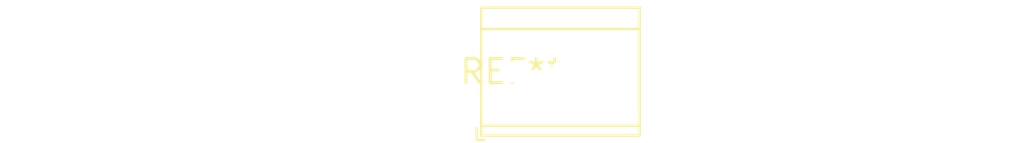
<source format=kicad_pcb>
(kicad_pcb (version 20240108) (generator pcbnew)
  (layers (0 "F.Cu" signal) (31 "B.Cu" signal) (34 "B.Paste" user) (35 "F.Paste" user) (36 "B.SilkS" user "B.Silkscreen") (37 "F.SilkS" user "F.Silkscreen") (38 "B.Mask" user) (39 "F.Mask" user) (44 "Edge.Cuts" user))
  (net 0 "")
  (footprint "TerminalBlock_TE_282834-3_1x03_P2.54mm_Horizontal" (layer "F.Cu") (at 0 0)
    (property "Reference" "REF**")
    (property "Value" "TerminalBlock_TE_282834-3_1x03_P2.54mm_Horizontal")
    (fp_line (start -1.86 2.97) (end -1.86 3.61) (layer "F.SilkS") (stroke (width 0.12)))
    (fp_line (start -1.86 3.61) (end -1.46 3.61) (layer "F.SilkS") (stroke (width 0.12)))
    (fp_line (start -1.62 -3.37) (end -1.62 3.37) (layer "F.SilkS") (stroke (width 0.12)))
    (fp_line (start -1.62 -3.37) (end 6.7 -3.37) (layer "F.SilkS") (stroke (width 0.12)))
    (fp_line (start -1.62 -2.25) (end 6.7 -2.25) (layer "F.SilkS") (stroke (width 0.12)))
    (fp_line (start -1.62 2.85) (end 6.7 2.85) (layer "F.SilkS") (stroke (width 0.12)))
    (fp_line (start -1.62 3.37) (end 6.7 3.37) (layer "F.SilkS") (stroke (width 0.12)))
    (fp_line (start 6.7 -3.37) (end 6.7 3.37) (layer "F.SilkS") (stroke (width 0.12)))
    (pad "1" thru_hole rect (at 0 0) (size 2.1 2.1) (drill 1.1) (layers *.Cu *.Mask) (remove_unused_layers))
    (pad "2" thru_hole circle (at 2.54 0) (size 2.1 2.1) (drill 1.1) (layers *.Cu *.Mask) (remove_unused_layers))
    (pad "3" thru_hole circle (at 5.08 0) (size 2.1 2.1) (drill 1.1) (layers *.Cu *.Mask) (remove_unused_layers))
  )
)
</source>
